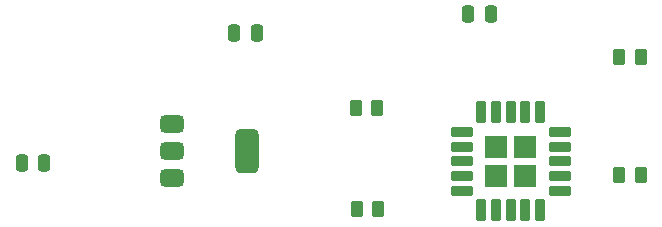
<source format=gbr>
%TF.GenerationSoftware,KiCad,Pcbnew,9.0.6*%
%TF.CreationDate,2026-01-29T23:50:48-08:00*%
%TF.ProjectId,PCB Warm-up,50434220-5761-4726-9d2d-75702e6b6963,rev?*%
%TF.SameCoordinates,Original*%
%TF.FileFunction,Paste,Top*%
%TF.FilePolarity,Positive*%
%FSLAX46Y46*%
G04 Gerber Fmt 4.6, Leading zero omitted, Abs format (unit mm)*
G04 Created by KiCad (PCBNEW 9.0.6) date 2026-01-29 23:50:48*
%MOMM*%
%LPD*%
G01*
G04 APERTURE LIST*
G04 Aperture macros list*
%AMRoundRect*
0 Rectangle with rounded corners*
0 $1 Rounding radius*
0 $2 $3 $4 $5 $6 $7 $8 $9 X,Y pos of 4 corners*
0 Add a 4 corners polygon primitive as box body*
4,1,4,$2,$3,$4,$5,$6,$7,$8,$9,$2,$3,0*
0 Add four circle primitives for the rounded corners*
1,1,$1+$1,$2,$3*
1,1,$1+$1,$4,$5*
1,1,$1+$1,$6,$7*
1,1,$1+$1,$8,$9*
0 Add four rect primitives between the rounded corners*
20,1,$1+$1,$2,$3,$4,$5,0*
20,1,$1+$1,$4,$5,$6,$7,0*
20,1,$1+$1,$6,$7,$8,$9,0*
20,1,$1+$1,$8,$9,$2,$3,0*%
G04 Aperture macros list end*
%ADD10RoundRect,0.250000X-0.262500X-0.450000X0.262500X-0.450000X0.262500X0.450000X-0.262500X0.450000X0*%
%ADD11RoundRect,0.375000X-0.625000X-0.375000X0.625000X-0.375000X0.625000X0.375000X-0.625000X0.375000X0*%
%ADD12RoundRect,0.500000X-0.500000X-1.400000X0.500000X-1.400000X0.500000X1.400000X-0.500000X1.400000X0*%
%ADD13RoundRect,0.250001X-0.714999X-0.714999X0.714999X-0.714999X0.714999X0.714999X-0.714999X0.714999X0*%
%ADD14RoundRect,0.212500X-0.737500X-0.212500X0.737500X-0.212500X0.737500X0.212500X-0.737500X0.212500X0*%
%ADD15RoundRect,0.212500X-0.212500X-0.737500X0.212500X-0.737500X0.212500X0.737500X-0.212500X0.737500X0*%
%ADD16RoundRect,0.250000X-0.250000X-0.475000X0.250000X-0.475000X0.250000X0.475000X-0.250000X0.475000X0*%
G04 APERTURE END LIST*
D10*
%TO.C,R4*%
X161675000Y-103500000D03*
X163500000Y-103500000D03*
%TD*%
%TO.C,R3*%
X161675000Y-113500000D03*
X163500000Y-113500000D03*
%TD*%
%TO.C,R2*%
X139475000Y-116350000D03*
X141300000Y-116350000D03*
%TD*%
%TO.C,R1*%
X139387500Y-107850000D03*
X141212500Y-107850000D03*
%TD*%
D11*
%TO.C,U1*%
X123850000Y-109200000D03*
X123850000Y-111500000D03*
D12*
X130150000Y-111500000D03*
D11*
X123850000Y-113800000D03*
%TD*%
D13*
%TO.C,U2*%
X151300000Y-111150000D03*
X151300000Y-113550000D03*
X153700000Y-111150000D03*
X153700000Y-113550000D03*
D14*
X148350000Y-109850000D03*
X148350000Y-111100000D03*
X148350000Y-112350000D03*
X148350000Y-113600000D03*
X148350000Y-114850000D03*
D15*
X150000000Y-116500000D03*
X151250000Y-116500000D03*
X152500000Y-116500000D03*
X153750000Y-116500000D03*
X155000000Y-116500000D03*
D14*
X156650000Y-114850000D03*
X156650000Y-113600000D03*
X156650000Y-112350000D03*
X156650000Y-111100000D03*
X156650000Y-109850000D03*
D15*
X155000000Y-108200000D03*
X153750000Y-108200000D03*
X152500000Y-108200000D03*
X151250000Y-108200000D03*
X150000000Y-108200000D03*
%TD*%
D16*
%TO.C,C3*%
X148900000Y-99850000D03*
X150800000Y-99850000D03*
%TD*%
%TO.C,C2*%
X129100000Y-101500000D03*
X131000000Y-101500000D03*
%TD*%
%TO.C,C1*%
X111100000Y-112500000D03*
X113000000Y-112500000D03*
%TD*%
M02*

</source>
